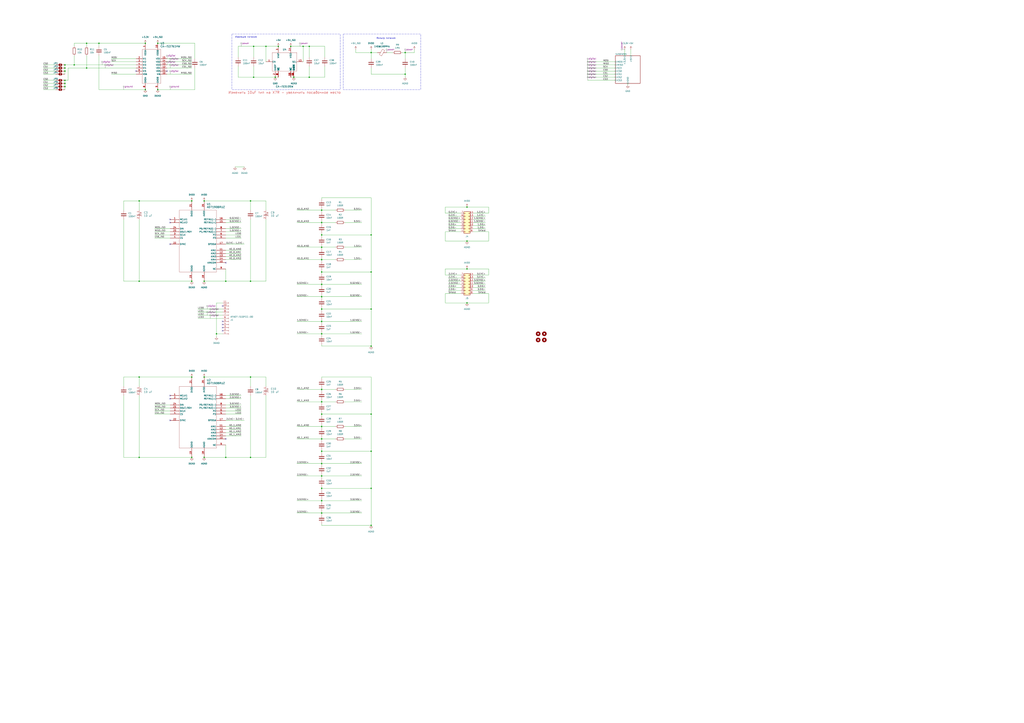
<source format=kicad_sch>
(kicad_sch (version 20231120) (generator "eeschema") (generator_version "8.0")
  (paper "A1")
  (title_block (title "${article} v${version}"))
  (junction (at 205.74 165.1))
  (junction (at 264.16 182.88))
  (junction (at 167.64 309.88))
  (junction (at 264.16 411.48))
  (junction (at 167.64 375.92))
  (junction (at 264.16 264.16))
  (junction (at 167.64 165.1))
  (junction (at 228.6 38.1))
  (junction (at 53.34 68.58))
  (junction (at 264.16 213.36))
  (junction (at 304.8 43.18))
  (junction (at 157.48 375.92))
  (junction (at 205.74 309.88))
  (junction (at 264.16 401.32))
  (junction (at 248.92 38.1))
  (junction (at 81.28 35.56))
  (junction (at 304.8 340.36))
  (junction (at 264.16 340.36))
  (junction (at 264.16 254))
  (junction (at 264.16 243.84))
  (junction (at 119.38 73.66))
  (junction (at 264.16 360.68))
  (junction (at 71.12 35.56))
  (junction (at 226.06 63.5))
  (junction (at 238.76 38.1))
  (junction (at 185.42 231.14))
  (junction (at 114.3 165.1))
  (junction (at 254 63.5))
  (junction (at 157.48 165.1))
  (junction (at 129.54 35.56))
  (junction (at 264.16 381))
  (junction (at 114.3 375.92))
  (junction (at 185.42 375.92))
  (junction (at 264.16 391.16))
  (junction (at 304.8 431.8))
  (junction (at 208.28 63.5))
  (junction (at 304.8 401.32))
  (junction (at 53.34 71.12))
  (junction (at 304.8 284.48))
  (junction (at 264.16 421.64))
  (junction (at 53.34 55.88))
  (junction (at 304.8 223.52))
  (junction (at 383.54 248.92))
  (junction (at 264.16 203.2))
  (junction (at 304.8 193.04))
  (junction (at 177.8 274.32))
  (junction (at 332.74 60.96))
  (junction (at 119.38 35.56))
  (junction (at 167.64 231.14))
  (junction (at 241.3 63.5))
  (junction (at 264.16 320.04))
  (junction (at 383.54 220.98))
  (junction (at 157.48 309.88))
  (junction (at 264.16 274.32))
  (junction (at 264.16 223.52))
  (junction (at 264.16 330.2))
  (junction (at 304.8 254))
  (junction (at 264.16 233.68))
  (junction (at 205.74 375.92))
  (junction (at 71.12 55.88))
  (junction (at 254 38.1))
  (junction (at 53.34 53.34))
  (junction (at 264.16 350.52))
  (junction (at 208.28 38.1))
  (junction (at 114.3 309.88))
  (junction (at 383.54 170.18))
  (junction (at 218.44 38.1))
  (junction (at 332.74 43.18))
  (junction (at 264.16 193.04))
  (junction (at 383.54 198.12))
  (junction (at 304.8 370.84))
  (junction (at 60.96 53.34))
  (junction (at 53.34 58.42))
  (junction (at 205.74 231.14))
  (junction (at 264.16 172.72))
  (junction (at 129.54 73.66))
  (junction (at 157.48 231.14))
  (junction (at 114.3 231.14))
  (junction (at 53.34 66.04))
  (junction (at 264.16 370.84))
  (no_connect (at 185.42 360.68))
  (no_connect (at 139.7 182.88))
  (no_connect (at 139.7 180.34))
  (no_connect (at 137.16 58.42))
  (no_connect (at 182.88 266.7))
  (no_connect (at 182.88 271.78))
  (no_connect (at 139.7 200.66))
  (no_connect (at 139.7 325.12))
  (no_connect (at 139.7 345.44))
  (no_connect (at 139.7 327.66))
  (no_connect (at 182.88 264.16))
  (no_connect (at 111.76 58.42))
  (no_connect (at 182.88 251.46))
  (no_connect (at 182.88 269.24))
  (no_connect (at 185.42 215.9))
  (wire (pts (xy 101.6 317.5) (xy 101.6 309.88)))
  (wire (pts (xy 388.62 233.68) (xy 398.78 233.68)))
  (wire (pts (xy 368.3 233.68) (xy 378.46 233.68)))
  (wire (pts (xy 35.56 68.58) (xy 45.72 68.58)))
  (wire (pts (xy 264.16 330.2) (xy 275.59 330.2)))
  (wire (pts (xy 53.34 58.42) (xy 53.34 60.96)))
  (wire (pts (xy 332.74 55.88) (xy 332.74 60.96)))
  (wire (pts (xy 35.56 60.96) (xy 45.72 60.96)))
  (wire (pts (xy 264.16 320.04) (xy 264.16 321.31)))
  (wire (pts (xy 365.76 248.92) (xy 365.76 241.3)))
  (wire (pts (xy 388.62 238.76) (xy 398.78 238.76)))
  (wire (pts (xy 254 63.5) (xy 241.3 63.5)))
  (wire (pts (xy 264.16 391.16) (xy 264.16 392.43)))
  (wire (pts (xy 264.16 203.2) (xy 264.16 204.47)))
  (wire (pts (xy 388.62 177.8) (xy 398.78 177.8)))
  (wire (pts (xy 114.3 180.34) (xy 114.3 231.14)))
  (wire (pts (xy 208.28 54.61) (xy 208.28 63.5)))
  (wire (pts (xy 218.44 375.92) (xy 205.74 375.92)))
  (wire (pts (xy 518.16 40.64) (xy 518.16 45.72)))
  (wire (pts (xy 185.42 335.28) (xy 198.12 335.28)))
  (wire (pts (xy 264.16 233.68) (xy 297.18 233.68)))
  (wire (pts (xy 383.54 248.92) (xy 401.32 248.92)))
  (wire (pts (xy 482.6 58.42) (xy 505.46 58.42)))
  (wire (pts (xy 482.6 55.88) (xy 505.46 55.88)))
  (wire (pts (xy 283.21 350.52) (xy 297.18 350.52)))
  (wire (pts (xy 71.12 55.88) (xy 111.76 55.88)))
  (wire (pts (xy 264.16 379.73) (xy 264.16 381)))
  (wire (pts (xy 264.16 203.2) (xy 275.59 203.2)))
  (wire (pts (xy 264.16 233.68) (xy 264.16 234.95)))
  (wire (pts (xy 60.96 35.56) (xy 71.12 35.56)))
  (wire (pts (xy 243.84 330.2) (xy 264.16 330.2)))
  (wire (pts (xy 254 54.61) (xy 254 63.5)))
  (wire (pts (xy 198.12 355.6) (xy 185.42 355.6)))
  (wire (pts (xy 264.16 172.72) (xy 275.59 172.72)))
  (wire (pts (xy 264.16 194.31) (xy 264.16 193.04)))
  (wire (pts (xy 193.04 137.16) (xy 200.66 137.16)))
  (wire (pts (xy 243.84 274.32) (xy 264.16 274.32)))
  (wire (pts (xy 264.16 340.36) (xy 304.8 340.36)))
  (wire (pts (xy 264.16 430.53) (xy 264.16 431.8)))
  (wire (pts (xy 81.28 35.56) (xy 119.38 35.56)))
  (wire (pts (xy 264.16 318.77) (xy 264.16 320.04)))
  (wire (pts (xy 185.42 220.98) (xy 185.42 231.14)))
  (wire (pts (xy 401.32 175.26) (xy 388.62 175.26)))
  (wire (pts (xy 114.3 309.88) (xy 157.48 309.88)))
  (wire (pts (xy 264.16 420.37) (xy 264.16 421.64)))
  (wire (pts (xy 368.3 182.88) (xy 378.46 182.88)))
  (wire (pts (xy 264.16 401.32) (xy 264.16 402.59)))
  (wire (pts (xy 243.84 421.64) (xy 264.16 421.64)))
  (wire (pts (xy 218.44 165.1) (xy 205.74 165.1)))
  (wire (pts (xy 264.16 243.84) (xy 297.18 243.84)))
  (wire (pts (xy 53.34 68.58) (xy 53.34 71.12)))
  (wire (pts (xy 388.62 231.14) (xy 398.78 231.14)))
  (wire (pts (xy 243.84 264.16) (xy 264.16 264.16)))
  (wire (pts (xy 137.16 48.26) (xy 157.48 48.26)))
  (wire (pts (xy 35.56 58.42) (xy 45.72 58.42)))
  (wire (pts (xy 139.7 187.96) (xy 127 187.96)))
  (wire (pts (xy 383.54 170.18) (xy 365.76 170.18)))
  (wire (pts (xy 264.16 213.36) (xy 275.59 213.36)))
  (wire (pts (xy 129.54 35.56) (xy 160.02 35.56)))
  (wire (pts (xy 137.16 55.88) (xy 157.48 55.88)))
  (wire (pts (xy 388.62 236.22) (xy 398.78 236.22)))
  (wire (pts (xy 264.16 254) (xy 264.16 255.27)))
  (wire (pts (xy 160.02 48.26) (xy 160.02 35.56)))
  (wire (pts (xy 71.12 45.72) (xy 71.12 55.88)))
  (wire (pts (xy 482.6 60.96) (xy 505.46 60.96)))
  (wire (pts (xy 264.16 349.25) (xy 264.16 350.52)))
  (wire (pts (xy 185.42 353.06) (xy 198.12 353.06)))
  (wire (pts (xy 111.76 60.96) (xy 91.44 60.96)))
  (wire (pts (xy 177.8 274.32) (xy 182.88 274.32)))
  (wire (pts (xy 101.6 375.92) (xy 114.3 375.92)))
  (wire (pts (xy 114.3 309.88) (xy 114.3 317.5)))
  (wire (pts (xy 160.02 73.66) (xy 129.54 73.66)))
  (wire (pts (xy 185.42 365.76) (xy 185.42 375.92)))
  (wire (pts (xy 304.8 55.88) (xy 304.8 60.96)))
  (wire (pts (xy 388.62 226.06) (xy 401.32 226.06)))
  (wire (pts (xy 264.16 421.64) (xy 297.18 421.64)))
  (wire (pts (xy 35.56 53.34) (xy 45.72 53.34)))
  (wire (pts (xy 264.16 359.41) (xy 264.16 360.68)))
  (wire (pts (xy 283.21 360.68) (xy 297.18 360.68)))
  (wire (pts (xy 515.62 68.58) (xy 515.62 69.85)))
  (wire (pts (xy 101.6 172.72) (xy 101.6 165.1)))
  (wire (pts (xy 368.3 185.42) (xy 378.46 185.42)))
  (wire (pts (xy 398.78 180.34) (xy 388.62 180.34)))
  (wire (pts (xy 71.12 35.56) (xy 71.12 38.1)))
  (wire (pts (xy 401.32 190.5) (xy 401.32 198.12)))
  (wire (pts (xy 283.21 320.04) (xy 297.18 320.04)))
  (wire (pts (xy 243.84 320.04) (xy 264.16 320.04)))
  (wire (pts (xy 264.16 328.93) (xy 264.16 330.2)))
  (wire (pts (xy 264.16 182.88) (xy 264.16 184.15)))
  (wire (pts (xy 383.54 220.98) (xy 365.76 220.98)))
  (wire (pts (xy 167.64 309.88) (xy 205.74 309.88)))
  (wire (pts (xy 139.7 332.74) (xy 127 332.74)))
  (wire (pts (xy 243.84 172.72) (xy 264.16 172.72)))
  (wire (pts (xy 304.8 223.52) (xy 304.8 254)))
  (wire (pts (xy 388.62 241.3) (xy 401.32 241.3)))
  (wire (pts (xy 205.74 325.12) (xy 205.74 375.92)))
  (wire (pts (xy 264.16 401.32) (xy 304.8 401.32)))
  (wire (pts (xy 139.7 337.82) (xy 127 337.82)))
  (wire (pts (xy 264.16 391.16) (xy 297.18 391.16)))
  (wire (pts (xy 218.44 309.88) (xy 205.74 309.88)))
  (wire (pts (xy 264.16 172.72) (xy 264.16 173.99)))
  (wire (pts (xy 139.7 190.5) (xy 127 190.5)))
  (wire (pts (xy 208.28 38.1) (xy 218.44 38.1)))
  (wire (pts (xy 185.42 332.74) (xy 198.12 332.74)))
  (wire (pts (xy 266.7 38.1) (xy 254 38.1)))
  (wire (pts (xy 185.42 231.14) (xy 167.64 231.14)))
  (wire (pts (xy 185.42 182.88) (xy 198.12 182.88)))
  (wire (pts (xy 248.92 38.1) (xy 238.76 38.1)))
  (wire (pts (xy 264.16 223.52) (xy 304.8 223.52)))
  (wire (pts (xy 264.16 330.2) (xy 264.16 331.47)))
  (wire (pts (xy 243.84 350.52) (xy 264.16 350.52)))
  (wire (pts (xy 185.42 375.92) (xy 167.64 375.92)))
  (wire (pts (xy 482.6 63.5) (xy 505.46 63.5)))
  (wire (pts (xy 185.42 337.82) (xy 198.12 337.82)))
  (wire (pts (xy 243.84 243.84) (xy 264.16 243.84)))
  (wire (pts (xy 332.74 60.96) (xy 332.74 63.5)))
  (wire (pts (xy 264.16 381) (xy 297.18 381)))
  (wire (pts (xy 264.16 320.04) (xy 275.59 320.04)))
  (wire (pts (xy 304.8 40.64) (xy 304.8 43.18)))
  (wire (pts (xy 304.8 162.56) (xy 304.8 193.04)))
  (wire (pts (xy 264.16 411.48) (xy 297.18 411.48)))
  (wire (pts (xy 264.16 232.41) (xy 264.16 233.68)))
  (wire (pts (xy 264.16 389.89) (xy 264.16 391.16)))
  (wire (pts (xy 401.32 198.12) (xy 383.54 198.12)))
  (wire (pts (xy 332.74 43.18) (xy 332.74 48.26)))
  (wire (pts (xy 264.16 339.09) (xy 264.16 340.36)))
  (wire (pts (xy 53.34 66.04) (xy 55.88 66.04)))
  (wire (pts (xy 162.56 261.62) (xy 182.88 261.62)))
  (wire (pts (xy 208.28 46.99) (xy 208.28 38.1)))
  (wire (pts (xy 185.42 200.66) (xy 200.66 200.66)))
  (wire (pts (xy 101.6 325.12) (xy 101.6 375.92)))
  (wire (pts (xy 60.96 53.34) (xy 111.76 53.34)))
  (wire (pts (xy 283.21 182.88) (xy 297.18 182.88)))
  (wire (pts (xy 266.7 63.5) (xy 254 63.5)))
  (wire (pts (xy 248.92 50.8) (xy 248.92 38.1)))
  (wire (pts (xy 185.42 195.58) (xy 198.12 195.58)))
  (wire (pts (xy 114.3 231.14) (xy 157.48 231.14)))
  (wire (pts (xy 195.58 46.99) (xy 195.58 38.1)))
  (wire (pts (xy 35.56 73.66) (xy 45.72 73.66)))
  (wire (pts (xy 111.76 48.26) (xy 91.44 48.26)))
  (wire (pts (xy 53.34 71.12) (xy 53.34 73.66)))
  (wire (pts (xy 35.56 55.88) (xy 45.72 55.88)))
  (wire (pts (xy 317.5 43.18) (xy 322.58 43.18)))
  (wire (pts (xy 218.44 172.72) (xy 218.44 165.1)))
  (wire (pts (xy 243.84 203.2) (xy 264.16 203.2)))
  (wire (pts (xy 35.56 71.12) (xy 45.72 71.12)))
  (wire (pts (xy 330.2 43.18) (xy 332.74 43.18)))
  (wire (pts (xy 218.44 325.12) (xy 218.44 375.92)))
  (wire (pts (xy 264.16 421.64) (xy 264.16 422.91)))
  (wire (pts (xy 264.16 273.05) (xy 264.16 274.32)))
  (wire (pts (xy 292.1 40.64) (xy 292.1 43.18)))
  (wire (pts (xy 264.16 201.93) (xy 264.16 203.2)))
  (wire (pts (xy 264.16 311.15) (xy 264.16 309.88)))
  (wire (pts (xy 114.3 165.1) (xy 114.3 172.72)))
  (wire (pts (xy 383.54 248.92) (xy 365.76 248.92)))
  (wire (pts (xy 264.16 163.83) (xy 264.16 162.56)))
  (wire (pts (xy 264.16 274.32) (xy 297.18 274.32)))
  (wire (pts (xy 264.16 171.45) (xy 264.16 172.72)))
  (wire (pts (xy 264.16 350.52) (xy 275.59 350.52)))
  (wire (pts (xy 160.02 55.88) (xy 160.02 73.66)))
  (wire (pts (xy 304.8 431.8) (xy 264.16 431.8)))
  (wire (pts (xy 383.54 198.12) (xy 365.76 198.12)))
  (wire (pts (xy 264.16 191.77) (xy 264.16 193.04)))
  (wire (pts (xy 368.3 187.96) (xy 378.46 187.96)))
  (wire (pts (xy 368.3 228.6) (xy 378.46 228.6)))
  (wire (pts (xy 60.96 38.1) (xy 60.96 35.56)))
  (wire (pts (xy 264.16 400.05) (xy 264.16 401.32)))
  (wire (pts (xy 185.42 213.36) (xy 198.12 213.36)))
  (wire (pts (xy 264.16 411.48) (xy 264.16 412.75)))
  (wire (pts (xy 398.78 185.42) (xy 388.62 185.42)))
  (wire (pts (xy 264.16 274.32) (xy 264.16 275.59)))
  (wire (pts (xy 264.16 193.04) (xy 304.8 193.04)))
  (wire (pts (xy 55.88 66.04) (xy 55.88 55.88)))
  (wire (pts (xy 55.88 55.88) (xy 71.12 55.88)))
  (wire (pts (xy 114.3 165.1) (xy 157.48 165.1)))
  (wire (pts (xy 243.84 233.68) (xy 264.16 233.68)))
  (wire (pts (xy 111.76 50.8) (xy 91.44 50.8)))
  (wire (pts (xy 365.76 226.06) (xy 378.46 226.06)))
  (wire (pts (xy 185.42 327.66) (xy 198.12 327.66)))
  (wire (pts (xy 368.3 236.22) (xy 378.46 236.22)))
  (wire (pts (xy 292.1 43.18) (xy 304.8 43.18)))
  (wire (pts (xy 401.32 220.98) (xy 383.54 220.98)))
  (wire (pts (xy 185.42 208.28) (xy 198.12 208.28)))
  (wire (pts (xy 243.84 381) (xy 264.16 381)))
  (wire (pts (xy 304.8 401.32) (xy 304.8 431.8)))
  (wire (pts (xy 60.96 45.72) (xy 60.96 53.34)))
  (wire (pts (xy 185.42 187.96) (xy 198.12 187.96)))
  (wire (pts (xy 254 46.99) (xy 254 38.1)))
  (wire (pts (xy 185.42 325.12) (xy 198.12 325.12)))
  (wire (pts (xy 283.21 203.2) (xy 297.18 203.2)))
  (wire (pts (xy 35.56 66.04) (xy 45.72 66.04)))
  (wire (pts (xy 365.76 175.26) (xy 378.46 175.26)))
  (wire (pts (xy 205.74 165.1) (xy 205.74 172.72)))
  (wire (pts (xy 185.42 180.34) (xy 198.12 180.34)))
  (wire (pts (xy 368.3 177.8) (xy 378.46 177.8)))
  (wire (pts (xy 185.42 350.52) (xy 198.12 350.52)))
  (wire (pts (xy 177.8 274.32) (xy 177.8 276.86)))
  (wire (pts (xy 264.16 370.84) (xy 264.16 372.11)))
  (wire (pts (xy 340.36 40.64) (xy 340.36 43.18)))
  (wire (pts (xy 368.3 238.76) (xy 378.46 238.76)))
  (wire (pts (xy 264.16 264.16) (xy 297.18 264.16)))
  (wire (pts (xy 264.16 309.88) (xy 304.8 309.88)))
  (wire (pts (xy 398.78 182.88) (xy 388.62 182.88)))
  (wire (pts (xy 340.36 43.18) (xy 332.74 43.18)))
  (wire (pts (xy 162.56 254) (xy 182.88 254)))
  (wire (pts (xy 185.42 193.04) (xy 198.12 193.04)))
  (wire (pts (xy 127 340.36) (xy 139.7 340.36)))
  (wire (pts (xy 368.3 231.14) (xy 378.46 231.14)))
  (wire (pts (xy 264.16 341.63) (xy 264.16 340.36)))
  (wire (pts (xy 482.6 53.34) (xy 505.46 53.34)))
  (wire (pts (xy 53.34 55.88) (xy 53.34 58.42)))
  (wire (pts (xy 185.42 190.5) (xy 198.12 190.5)))
  (wire (pts (xy 195.58 38.1) (xy 208.28 38.1)))
  (wire (pts (xy 185.42 340.36) (xy 198.12 340.36)))
  (wire (pts (xy 264.16 360.68) (xy 275.59 360.68)))
  (wire (pts (xy 482.6 50.8) (xy 505.46 50.8)))
  (wire (pts (xy 365.76 190.5) (xy 378.46 190.5)))
  (wire (pts (xy 81.28 38.1) (xy 81.28 35.56)))
  (wire (pts (xy 365.76 170.18) (xy 365.76 175.26)))
  (wire (pts (xy 185.42 345.44) (xy 200.66 345.44)))
  (wire (pts (xy 53.34 66.04) (xy 53.34 68.58)))
  (wire (pts (xy 304.8 193.04) (xy 304.8 223.52)))
  (wire (pts (xy 137.16 53.34) (xy 157.48 53.34)))
  (wire (pts (xy 198.12 210.82) (xy 185.42 210.82)))
  (wire (pts (xy 101.6 231.14) (xy 114.3 231.14)))
  (wire (pts (xy 513.08 40.64) (xy 513.08 45.72)))
  (wire (pts (xy 218.44 317.5) (xy 218.44 309.88)))
  (wire (pts (xy 264.16 381) (xy 264.16 382.27)))
  (wire (pts (xy 264.16 254) (xy 304.8 254)))
  (wire (pts (xy 401.32 190.5) (xy 388.62 190.5)))
  (wire (pts (xy 137.16 60.96) (xy 157.48 60.96)))
  (wire (pts (xy 205.74 309.88) (xy 205.74 317.5)))
  (wire (pts (xy 264.16 162.56) (xy 304.8 162.56)))
  (wire (pts (xy 264.16 262.89) (xy 264.16 264.16)))
  (wire (pts (xy 264.16 369.57) (xy 264.16 370.84)))
  (wire (pts (xy 368.3 180.34) (xy 378.46 180.34)))
  (wire (pts (xy 482.6 66.04) (xy 505.46 66.04)))
  (wire (pts (xy 264.16 410.21) (xy 264.16 411.48)))
  (wire (pts (xy 167.64 165.1) (xy 205.74 165.1)))
  (wire (pts (xy 365.76 198.12) (xy 365.76 190.5)))
  (wire (pts (xy 398.78 187.96) (xy 388.62 187.96)))
  (wire (pts (xy 218.44 38.1) (xy 228.6 38.1)))
  (wire (pts (xy 254 38.1) (xy 248.92 38.1)))
  (wire (pts (xy 185.42 375.92) (xy 205.74 375.92)))
  (wire (pts (xy 139.7 335.28) (xy 127 335.28)))
  (wire (pts (xy 139.7 193.04) (xy 127 193.04)))
  (wire (pts (xy 114.3 325.12) (xy 114.3 375.92)))
  (wire (pts (xy 266.7 46.99) (xy 266.7 38.1)))
  (wire (pts (xy 264.16 350.52) (xy 264.16 351.79)))
  (wire (pts (xy 264.16 252.73) (xy 264.16 254)))
  (wire (pts (xy 264.16 181.61) (xy 264.16 182.88)))
  (wire (pts (xy 365.76 220.98) (xy 365.76 226.06)))
  (wire (pts (xy 218.44 50.8) (xy 218.44 38.1)))
  (wire (pts (xy 304.8 43.18) (xy 309.88 43.18)))
  (wire (pts (xy 243.84 391.16) (xy 264.16 391.16)))
  (wire (pts (xy 101.6 180.34) (xy 101.6 231.14)))
  (wire (pts (xy 264.16 242.57) (xy 264.16 243.84)))
  (wire (pts (xy 304.8 60.96) (xy 332.74 60.96)))
  (wire (pts (xy 264.16 212.09) (xy 264.16 213.36)))
  (wire (pts (xy 401.32 170.18) (xy 383.54 170.18)))
  (wire (pts (xy 401.32 248.92) (xy 401.32 241.3)))
  (wire (pts (xy 304.8 284.48) (xy 264.16 284.48)))
  (wire (pts (xy 177.8 248.92) (xy 177.8 274.32)))
  (wire (pts (xy 185.42 358.14) (xy 198.12 358.14)))
  (wire (pts (xy 243.84 360.68) (xy 264.16 360.68)))
  (wire (pts (xy 365.76 241.3) (xy 378.46 241.3)))
  (wire (pts (xy 81.28 45.72) (xy 81.28 73.66)))
  (wire (pts (xy 264.16 182.88) (xy 275.59 182.88)))
  (wire (pts (xy 208.28 63.5) (xy 226.06 63.5)))
  (wire (pts (xy 264.16 370.84) (xy 304.8 370.84)))
  (wire (pts (xy 226.06 63.5) (xy 228.6 63.5)))
  (wire (pts (xy 264.16 360.68) (xy 264.16 361.95)))
  (wire (pts (xy 264.16 283.21) (xy 264.16 284.48)))
  (wire (pts (xy 53.34 53.34) (xy 53.34 55.88)))
  (wire (pts (xy 304.8 254) (xy 304.8 284.48)))
  (wire (pts (xy 304.8 340.36) (xy 304.8 370.84)))
  (wire (pts (xy 264.16 223.52) (xy 264.16 224.79)))
  (wire (pts (xy 243.84 411.48) (xy 264.16 411.48)))
  (wire (pts (xy 53.34 53.34) (xy 60.96 53.34)))
  (wire (pts (xy 81.28 73.66) (xy 119.38 73.66)))
  (wire (pts (xy 401.32 175.26) (xy 401.32 170.18)))
  (wire (pts (xy 137.16 50.8) (xy 157.48 50.8)))
  (wire (pts (xy 283.21 172.72) (xy 297.18 172.72)))
  (wire (pts (xy 195.58 63.5) (xy 208.28 63.5)))
  (wire (pts (xy 185.42 205.74) (xy 198.12 205.74)))
  (wire (pts (xy 218.44 180.34) (xy 218.44 231.14)))
  (wire (pts (xy 264.16 264.16) (xy 264.16 265.43)))
  (wire (pts (xy 162.56 259.08) (xy 182.88 259.08)))
  (wire (pts (xy 304.8 43.18) (xy 304.8 48.26)))
  (wire (pts (xy 162.56 256.54) (xy 182.88 256.54)))
  (wire (pts (xy 401.32 220.98) (xy 401.32 226.06)))
  (wire (pts (xy 205.74 180.34) (xy 205.74 231.14)))
  (wire (pts (xy 127 195.58) (xy 139.7 195.58)))
  (wire (pts (xy 243.84 182.88) (xy 264.16 182.88)))
  (wire (pts (xy 185.42 231.14) (xy 205.74 231.14)))
  (wire (pts (xy 195.58 54.61) (xy 195.58 63.5)))
  (wire (pts (xy 304.8 309.88) (xy 304.8 340.36)))
  (wire (pts (xy 182.88 248.92) (xy 177.8 248.92)))
  (wire (pts (xy 238.76 63.5) (xy 241.3 63.5)))
  (wire (pts (xy 283.21 213.36) (xy 297.18 213.36)))
  (wire (pts (xy 71.12 35.56) (xy 81.28 35.56)))
  (wire (pts (xy 264.16 222.25) (xy 264.16 223.52)))
  (wire (pts (xy 101.6 309.88) (xy 114.3 309.88)))
  (wire (pts (xy 101.6 165.1) (xy 114.3 165.1)))
  (wire (pts (xy 218.44 231.14) (xy 205.74 231.14)))
  (wire (pts (xy 266.7 54.61) (xy 266.7 63.5)))
  (wire (pts (xy 264.16 213.36) (xy 264.16 214.63)))
  (wire (pts (xy 388.62 228.6) (xy 398.78 228.6)))
  (wire (pts (xy 114.3 375.92) (xy 157.48 375.92)))
  (wire (pts (xy 283.21 330.2) (xy 297.18 330.2)))
  (wire (pts (xy 304.8 370.84) (xy 304.8 401.32)))
  (wire (pts (xy 264.16 243.84) (xy 264.16 245.11)))
  (wire (pts (xy 243.84 213.36) (xy 264.16 213.36)))
  (rectangle (start 190.5 27.94) (end 279.4 73.66) (stroke (width 0) (type dash)))
  (rectangle (start 281.94 27.94) (end 345.44 73.66) (stroke (width 0) (type dash)))
  (text "Изменить 10uF тип на X7R - увеличить посадочное место" (at 233.68 76.2 0) (effects (font (size 2 2))))
  (text "Фильтр питания" (at 324.866 30.734 0) (effects (font (size 1.27 1.27)) (justify right top)))
  (text "Изоляция питания" (at 193.04 30.48 0) (effects (font (size 1.27 1.27)) (justify left)))
  (label "1.SIG-" (at 398.78 187.96 180))
  (label "3.SENSE-" (at 198.12 332.74 180))
  (label "LED0" (at 198.12 193.04 180))
  (label "1.SIG+" (at 398.78 185.42 180))
  (label "AD_1_AIN0" (at 243.84 350.52 0))
  (label "Shield" (at 368.3 190.5 0))
  (label "0.SENSE-" (at 198.12 180.34 180))
  (label "3.EXC+" (at 398.78 226.06 180))
  (label "1.EXC-" (at 398.78 177.8 180))
  (label "LED0" (at 162.56 254 0))
  (label "2.EXC-" (at 368.3 228.6 0))
  (label "AD_1_AIN1" (at 198.12 353.06 180))
  (label "CS2" (at 35.56 58.42 0))
  (label "0.SENSE+" (at 368.3 180.34 0))
  (label "3.SIG+" (at 297.18 350.52 180))
  (label "1.EXC+" (at 398.78 175.26 180))
  (label "CS3" (at 35.56 73.66 0))
  (label "0.EXC-" (at 193.04 200.66 180))
  (label "0.SIG-" (at 297.18 182.88 180))
  (label "Shield" (at 368.3 241.3 0))
  (label "CS0_ISO" (at 157.48 53.34 180))
  (label "AD_0_AIN1" (at 198.12 208.28 180))
  (label "MISO_ISO" (at 157.48 60.96 180))
  (label "CS1_ISO" (at 127 340.36 0))
  (label "1.SENSE+" (at 243.84 264.16 0))
  (label "1.SENSE-" (at 297.18 274.32 180))
  (label "2.SENSE+" (at 297.18 381 180))
  (label "LED1" (at 162.56 256.54 0))
  (label "1.SIG-" (at 297.18 213.36 180))
  (label "1.SENSE+" (at 198.12 190.5 180))
  (label "AD_1_AIN3" (at 198.12 358.14 180))
  (label "0.SENSE-" (at 368.3 182.88 0))
  (label "AD_1_AIN0" (at 198.12 350.52 180))
  (label "3.SENSE+" (at 243.84 411.48 0))
  (label "2.SENSE+" (at 198.12 327.66 180))
  (label "0.SIG+" (at 368.3 185.42 0))
  (label "2.SENSE-" (at 297.18 391.16 180))
  (label "1.SENSE-" (at 198.12 187.96 180))
  (label "1.SIG+" (at 297.18 203.2 180))
  (label "2.SENSE+" (at 243.84 381 0))
  (label "3.EXC-" (at 398.78 228.6 180))
  (label "CS0" (at 35.56 66.04 0))
  (label "2.SENSE-" (at 368.3 233.68 0))
  (label "3.SENSE+" (at 297.18 411.48 180))
  (label "CS1" (at 495.3 60.96 0))
  (label "3.SENSE+" (at 398.78 231.14 180))
  (label "MISO" (at 495.3 53.34 0))
  (label "3.SIG-" (at 297.18 360.68 180))
  (label "2.SIG+" (at 368.3 236.22 0))
  (label "0.SIG-" (at 368.3 187.96 0))
  (label "3.SENSE-" (at 243.84 421.64 0))
  (label "0.EXC+" (at 368.3 175.26 0))
  (label "MOSI_ISO" (at 127 187.96 0))
  (label "3.SENSE+" (at 198.12 335.28 180))
  (label "MOSI_ISO" (at 157.48 48.26 180))
  (label "CS0" (at 495.3 58.42 0))
  (label "SCK_ISO" (at 157.48 50.8 180))
  (label "AD_0_AIN1" (at 243.84 213.36 0))
  (label "2.SIG-" (at 297.18 330.2 180))
  (label "3.SENSE-" (at 297.18 421.64 180))
  (label "CS0" (at 35.56 53.34 0))
  (label "LED1" (at 198.12 195.58 180))
  (label "AD_1_AIN3" (at 243.84 330.2 0))
  (label "CS2" (at 35.56 71.12 0))
  (label "Shield" (at 398.78 241.3 180))
  (label "MOSI" (at 495.3 50.8 0))
  (label "AD_0_AIN3" (at 243.84 182.88 0))
  (label "3.EXC-" (at 200.66 345.44 180))
  (label "2.SENSE+" (at 368.3 231.14 0))
  (label "CS1" (at 35.56 55.88 0))
  (label "CS2" (at 495.3 63.5 0))
  (label "CS1_ISO" (at 157.48 55.88 180))
  (label "AD_0_AIN2" (at 198.12 210.82 180))
  (label "AD_0_AIN0" (at 198.12 205.74 180))
  (label "2.SENSE-" (at 198.12 325.12 180))
  (label "MOSI" (at 91.44 48.26 0))
  (label "2.SIG+" (at 297.18 320.04 180))
  (label "2.SENSE-" (at 243.84 391.16 0))
  (label "1.SENSE-" (at 398.78 182.88 180))
  (label "MISO_ISO" (at 127 190.5 0))
  (label "CS1" (at 35.56 68.58 0))
  (label "AD_0_AIN3" (at 198.12 213.36 180))
  (label "1.SENSE+" (at 297.18 264.16 180))
  (label "LED3" (at 198.12 340.36 180))
  (label "LED3" (at 162.56 261.62 0))
  (label "SCK" (at 91.44 50.8 0))
  (label "SCK_ISO" (at 127 193.04 0))
  (label "1.EXC-" (at 200.66 200.66 180))
  (label "SCK_ISO" (at 127 337.82 0))
  (label "AD_0_AIN2" (at 243.84 172.72 0))
  (label "0.SENSE-" (at 297.18 243.84 180))
  (label "0.SENSE+" (at 243.84 233.68 0))
  (label "MISO_ISO" (at 127 335.28 0))
  (label "LED2" (at 198.12 337.82 180))
  (label "1.SENSE-" (at 243.84 274.32 0))
  (label "MISO" (at 91.44 60.96 0))
  (label "2.EXC+" (at 368.3 226.06 0))
  (label "0.SIG+" (at 297.18 172.72 180))
  (label "CS0_ISO" (at 127 195.58 0))
  (label "3.SIG+" (at 398.78 236.22 180))
  (label "LED2" (at 162.56 259.08 0))
  (label "2.SIG-" (at 368.3 238.76 0))
  (label "1.SENSE+" (at 398.78 180.34 180))
  (label "Shield" (at 398.78 190.5 180))
  (label "AD_0_AIN0" (at 243.84 203.2 0))
  (label "SCK" (at 495.3 55.88 0))
  (label "3.SENSE-" (at 398.78 233.68 180))
  (label "AD_1_AIN2" (at 243.84 320.04 0))
  (label "CS3" (at 495.3 66.04 0))
  (label "0.SENSE+" (at 297.18 233.68 180))
  (label "0.SENSE-" (at 243.84 243.84 0))
  (label "0.SENSE+" (at 198.12 182.88 180))
  (label "MOSI_ISO" (at 127 332.74 0))
  (label "0.EXC-" (at 368.3 177.8 0))
  (label "2.EXC-" (at 193.04 345.44 180))
  (label "CS3" (at 35.56 60.96 0))
  (label "3.SIG-" (at 398.78 238.76 180))
  (label "AD_1_AIN2" (at 198.12 355.6 180))
  (label "AD_1_AIN1" (at 243.84 360.68 0))
  (netclass_flag "" (length 2.54) (shape round) (at 332.74 43.18 0) (property "Netclass" "power" (at 333.4385 40.64 0) (effects (font (italic yes)) (justify left))))
  (netclass_flag "" (length 2.54) (shape round) (at 101.6 73.66 0) (property "Netclass" "ground" (at 102.2985 71.12 0) (effects (font (italic yes)) (justify left))))
  (netclass_flag "" (length 2.54) (shape round) (at 170.18 254 0) (property "Netclass" "digital" (at 170.8785 251.46 0) (effects (font (italic yes)) (justify left))))
  (netclass_flag "" (length 2.54) (shape round) (at 86.36 55.88 0) (property "Netclass" "digital" (at 87.0585 53.34 0) (effects (font (italic yes)) (justify left))))
  (netclass_flag "" (length 2.54) (shape round) (at 482.6 66.04 0) (property "Netclass" "digital" (at 483.2985 63.5 0) (effects (font (italic yes)) (justify left))))
  (netclass_flag "" (length 2.54) (shape round) (at 139.7 73.66 0) (property "Netclass" "ground" (at 140.3985 71.12 0) (effects (font (italic yes)) (justify left))))
  (netclass_flag "" (length 2.54) (shape round) (at 482.6 50.8 0) (property "Netclass" "digital" (at 483.2985 48.26 0) (effects (font (italic yes)) (justify left))))
  (netclass_flag "" (length 2.54) (shape round) (at 137.16 48.26 0) (property "Netclass" "digital" (at 137.8585 45.72 0) (effects (font (italic yes)) (justify left))))
  (netclass_flag "" (length 2.54) (shape round) (at 139.7 60.96 0) (property "Netclass" "digital" (at 140.3985 58.42 0) (effects (font (italic yes)) (justify left))))
  (netclass_flag "" (length 2.54) (shape round) (at 137.16 53.34 0) (property "Netclass" "digital" (at 137.8585 50.8 0) (effects (font (italic yes)) (justify left))))
  (netclass_flag "" (length 2.54) (shape round) (at 513.08 40.64 90) (property "Netclass" "power" (at 510.54 39.9415 90) (effects (font (italic yes)) (justify left))))
  (netclass_flag "" (length 2.54) (shape round) (at 172.72 256.54 0) (property "Netclass" "digital" (at 173.4185 254 0) (effects (font (italic yes)) (justify left))))
  (netclass_flag "" (length 2.54) (shape round) (at 198.12 38.1 0) (property "Netclass" "power" (at 198.8185 35.56 0) (effects (font (italic yes)) (justify left))))
  (netclass_flag "" (length 2.54) (shape round) (at 317.5 43.18 0) (property "Netclass" "power" (at 318.1985 40.64 0) (effects (font (italic yes)) (justify left))))
  (netclass_flag "" (length 2.54) (shape round) (at 139.7 55.88 0) (property "Netclass" "digital" (at 140.3985 53.34 0) (effects (font (italic yes)) (justify left))))
  (netclass_flag "" (length 2.54) (shape round) (at 172.72 261.62 0) (property "Netclass" "digital" (at 173.4185 259.08 0) (effects (font (italic yes)) (justify left))))
  (netclass_flag "" (length 2.54) (shape round) (at 139.7 50.8 0) (property "Netclass" "digital" (at 140.3985 48.26 0) (effects (font (italic yes)) (justify left))))
  (netclass_flag "" (length 2.54) (shape round) (at 170.18 259.08 0) (property "Netclass" "digital" (at 170.8785 256.54 0) (effects (font (italic yes)) (justify left))))
  (netclass_flag "" (length 2.54) (shape round) (at 482.6 55.88 0) (property "Netclass" "digital" (at 483.2985 53.34 0) (effects (font (italic yes)) (justify left))))
  (netclass_flag "" (length 2.54) (shape round) (at 482.6 58.42 0) (property "Netclass" "digital" (at 483.2985 55.88 0) (effects (font (italic yes)) (justify left))))
  (netclass_flag "" (length 2.54) (shape round) (at 83.82 53.34 0) (property "Netclass" "digital" (at 84.5185 50.8 0) (effects (font (italic yes)) (justify left))))
  (netclass_flag "" (length 2.54) (shape round) (at 246.38 38.1 0) (property "Netclass" "power" (at 247.0785 35.56 0) (effects (font (italic yes)) (justify left))))
  (netclass_flag "" (length 2.54) (shape round) (at 482.6 60.96 0) (property "Netclass" "digital" (at 483.2985 58.42 0) (effects (font (italic yes)) (justify left))))
  (netclass_flag "" (length 2.54) (shape round) (at 482.6 53.34 0) (property "Netclass" "digital" (at 483.2985 50.8 0) (effects (font (italic yes)) (justify left))))
  (netclass_flag "" (length 2.54) (shape round) (at 482.6 63.5 0) (property "Netclass" "digital" (at 483.2985 60.96 0) (effects (font (italic yes)) (justify left))))
  (symbol (lib_id "power:+5V") (at 383.54 220.98 0) (unit 1)
    (property "Reference" "#PWR032" (effects (hide yes)))
    (property "Value" "AVDD" (at 383.54 215.9 0))
    (property "Description" "Power symbol creates a global label with name \"+5V\"" (effects (hide yes)))
  )
  (symbol (lib_id "kicad_inventree_lib:TAJA106M016RNJ") (at 114.3 172.72 270) (unit 1)
    (property "Reference" "C3" (at 118.11 174.7773 90) (effects (font (size 1.524 1.524)) (justify left)))
    (property "Value" "10 uF" (at 118.11 177.3173 90) (effects (font (size 1.524 1.524)) (justify left)))
    (property "Footprint" "kicad_inventree_lib:TAJA_AVX-M" (effects (hide yes)))
    (property "Datasheet" "TAJA106M016RNJ" (effects (hide yes)))
    (property "Description" "10uF 16V 3Ω@100kHz ±20% CASE-A-3216-18(mm) Tantalum Capacitors" (effects (hide yes)))
    (property "part_ipn" "TAJA106M016RNJ" (effects (hide yes)))
  )
  (symbol (lib_id "power:GND") (at 157.48 231.14 0) (unit 1)
    (property "Reference" "#PWR04" (effects (hide yes)))
    (property "Value" "DGND" (at 157.48 236.22 0))
    (property "Description" "Power symbol creates a global label with name \"GND\" , ground" (effects (hide yes)))
  )
  (symbol (lib_id "power:GND") (at 304.8 431.8 0) (unit 1)
    (property "Reference" "#PWR021" (effects (hide yes)))
    (property "Value" "AGND" (at 304.8 436.88 0))
    (property "Description" "Power symbol creates a global label with name \"GND\" , ground" (effects (hide yes)))
  )
  (symbol (lib_id "Jumper:SolderJumper_2_Open") (at 49.53 53.34 0) (unit 1) (exclude_from_sim yes) (in_bom no)
    (property "Reference" "JP1" (at 45.72 52.07 0))
    (property "Value" "SolderJumper_2_Open" (effects (hide yes)))
    (property "Footprint" "Jumper:SolderJumper-2_P1.3mm_Open_RoundedPad1.0x1.5mm" (effects (hide yes)))
    (property "Description" "Solder Jumper, 2-pole, open" (effects (hide yes)))
  )
  (symbol (lib_id "kicad_inventree_lib:R_100R_0603_1%") (at 279.4 182.88 90) (unit 1)
    (property "Reference" "R2" (at 279.4 176.53 90))
    (property "Value" "100R" (at 279.4 179.07 90))
    (property "Footprint" "Resistor_SMD:R_0603_1608Metric" (effects (hide yes)))
    (property "Datasheet" "http://inventree.network/part/223/" (effects (hide yes)))
    (property "Description" "Resistor" (effects (hide yes)))
    (property "part_ipn" "R_100R_0603_1%" (effects (hide yes)))
  )
  (symbol (lib_id "kicad_inventree_lib:15EDGRHC-THR-3.5-14P") (at 383.54 233.68 0) (mirror x) (unit 1)
    (property "Reference" "J5" (at 383.54 245.11 0))
    (property "Value" "15EDGRHC-THR-3.5-14P" (effects (hide yes)))
    (property "Footprint" "kicad_inventree_lib:15EDGRHC-THR-3.5-14P" (effects (hide yes)))
    (property "Datasheet" "http://inventree.network/part/240/" (effects (hide yes)))
    (property "Description" "Generic connector, double row, 02x05, odd/even pin numbering scheme (row 1 odd numbers, row 2 even numbers), script generated (kicad-library-utils/schlib/autogen/connector/)" (effects (hide yes)))
    (property "part_ipn" "15EDGRHC-THR-3.5-14P" (effects (hide yes)))
  )
  (symbol (lib_id "power:GND") (at 241.3 63.5 0) (unit 1)
    (property "Reference" "#PWR019" (effects (hide yes)))
    (property "Value" "AGND" (at 241.3 68.58 0))
    (property "Description" "Power symbol creates a global label with name \"GND\" , ground" (effects (hide yes)))
  )
  (symbol (lib_id "kicad_inventree_lib:C_100nF_16V_0603_MLCC-X7R") (at 160.02 52.07 0) (unit 1)
    (property "Reference" "C6" (at 163.83 50.7999 0) (effects (justify left)))
    (property "Value" "100nF" (at 163.83 53.3399 0) (effects (justify left)))
    (property "Footprint" "Capacitor_SMD:C_0603_1608Metric" (effects (hide yes)))
    (property "Datasheet" "http://inventree.network/part/221" (effects (hide yes)))
    (property "Description" "Unpolarized capacitor" (effects (hide yes)))
    (property "part_ipn" "C_100nF_16V_0603_MLCC-X7R" (effects (hide yes)))
  )
  (symbol (lib_id "kicad_inventree_lib:R_100R_0603_1%") (at 279.4 330.2 90) (unit 1)
    (property "Reference" "R6" (at 279.4 323.85 90))
    (property "Value" "100R" (at 279.4 326.39 90))
    (property "Footprint" "Resistor_SMD:R_0603_1608Metric" (effects (hide yes)))
    (property "Datasheet" "http://inventree.network/part/223/" (effects (hide yes)))
    (property "Description" "Resistor" (effects (hide yes)))
    (property "part_ipn" "R_100R_0603_1%" (effects (hide yes)))
  )
  (symbol (lib_id "kicad_inventree_lib: C_1uF_16V_0603_MLCC-X7R ") (at 264.16 416.56 0) (unit 1)
    (property "Reference" "C35" (at 267.97 415.2899 0) (effects (justify left)))
    (property "Value" "1uF" (at 267.97 417.8299 0) (effects (justify left)))
    (property "Footprint" "Capacitor_SMD:C_0603_1608Metric" (effects (hide yes)))
    (property "Datasheet" "http://inventree.network/part/227/" (effects (hide yes)))
    (property "Description" "Unpolarized capacitor" (effects (hide yes)))
    (property "part_ipn" " C_1uF_16V_0603_MLCC-X7R " (effects (hide yes)))
  )
  (symbol (lib_id "kicad_inventree_lib:C_1nF_16V_0603_MLCC-X7R") (at 264.16 198.12 0) (unit 1)
    (property "Reference" "C16" (at 267.97 196.8499 0) (effects (justify left)))
    (property "Value" "1nF" (at 267.97 199.3899 0) (effects (justify left)))
    (property "Footprint" "Capacitor_SMD:C_0603_1608Metric" (effects (hide yes)))
    (property "Datasheet" "http://inventree.network/part/225/" (effects (hide yes)))
    (property "Description" "Unpolarized capacitor" (effects (hide yes)))
    (property "part_ipn" "C_1nF_16V_0603_MLCC-X7R" (effects (hide yes)))
  )
  (symbol (lib_id "power:GND") (at 383.54 198.12 0) (unit 1)
    (property "Reference" "#PWR031" (effects (hide yes)))
    (property "Value" "AGND" (at 383.54 203.2 0))
    (property "Description" "Power symbol creates a global label with name \"GND\" , ground" (effects (hide yes)))
  )
  (symbol (lib_id "kicad_inventree_lib:C_10nF_16V_0603_MLCC-X7R") (at 264.16 228.6 0) (unit 1)
    (property "Reference" "C19" (at 267.97 227.3299 0) (effects (justify left)))
    (property "Value" "10nF" (at 267.97 229.8699 0) (effects (justify left)))
    (property "Footprint" "Capacitor_SMD:C_0603_1608Metric" (effects (hide yes)))
    (property "Datasheet" "http://inventree.network/part/226/" (effects (hide yes)))
    (property "Description" "Unpolarized capacitor" (effects (hide yes)))
    (property "part_ipn" "C_10nF_16V_0603_MLCC-X7R" (effects (hide yes)))
  )
  (symbol (lib_id "kicad_inventree_lib:TAJA106M016RNJ") (at 218.44 172.72 270) (unit 1)
    (property "Reference" "C9" (at 222.25 174.7773 90) (effects (font (size 1.524 1.524)) (justify left)))
    (property "Value" "10 uF" (at 222.25 177.3173 90) (effects (font (size 1.524 1.524)) (justify left)))
    (property "Footprint" "kicad_inventree_lib:TAJA_AVX-M" (effects (hide yes)))
    (property "Datasheet" "TAJA106M016RNJ" (effects (hide yes)))
    (property "Description" "10uF 16V 3Ω@100kHz ±20% CASE-A-3216-18(mm) Tantalum Capacitors" (effects (hide yes)))
    (property "part_ipn" "TAJA106M016RNJ" (effects (hide yes)))
  )
  (symbol (lib_id "kicad_inventree_lib:AFA07-S10FCC-00") (at 187.96 264.16 0) (mirror x) (unit 1)
    (property "Reference" "J1" (at 189.23 262.8901 0) (effects (justify left)))
    (property "Value" "AFA07-S10FCC-00" (at 189.23 260.3501 0) (effects (justify left)))
    (property "Footprint" "kicad_inventree_lib:CONN10_AFA07-S10_JUS" (effects (hide yes)))
    (property "Datasheet" "http://inventree.network/part/170/" (effects (hide yes)))
    (property "Description" "Generic connector, single row, 01x10, script generated" (effects (hide yes)))
    (property "part_ipn" "AFA07-S10FCC-00" (effects (hide yes)))
  )
  (symbol (lib_id "kicad_inventree_lib:TAJA106M016RNJ") (at 218.44 317.5 270) (unit 1)
    (property "Reference" "C10" (at 222.25 319.5573 90) (effects (font (size 1.524 1.524)) (justify left)))
    (property "Value" "10 uF" (at 222.25 322.0973 90) (effects (font (size 1.524 1.524)) (justify left)))
    (property "Footprint" "kicad_inventree_lib:TAJA_AVX-M" (effects (hide yes)))
    (property "Datasheet" "TAJA106M016RNJ" (effects (hide yes)))
    (property "Description" "10uF 16V 3Ω@100kHz ±20% CASE-A-3216-18(mm) Tantalum Capacitors" (effects (hide yes)))
    (property "part_ipn" "TAJA106M016RNJ" (effects (hide yes)))
  )
  (symbol (lib_id "power:GND") (at 383.54 248.92 0) (unit 1)
    (property "Reference" "#PWR025" (effects (hide yes)))
    (property "Value" "AGND" (at 383.54 254 0))
    (property "Description" "Power symbol creates a global label with name \"GND\" , ground" (effects (hide yes)))
  )
  (symbol (lib_id "power:+5V") (at 167.64 309.88 0) (unit 1)
    (property "Reference" "#PWR011" (effects (hide yes)))
    (property "Value" "AVDD" (at 167.64 304.8 0))
    (property "Description" "Power symbol creates a global label with name \"+5V\"" (effects (hide yes)))
  )
  (symbol (lib_id "kicad_inventree_lib:C_100nF_16V_0603_MLCC-X7R") (at 195.58 50.8 0) (unit 1)
    (property "Reference" "C11" (at 199.39 49.5299 0) (effects (justify left)))
    (property "Value" "100nF" (at 199.39 52.0699 0) (effects (justify left)))
    (property "Footprint" "Capacitor_SMD:C_0603_1608Metric" (effects (hide yes)))
    (property "Datasheet" "http://inventree.network/part/221" (effects (hide yes)))
    (property "Description" "Unpolarized capacitor" (effects (hide yes)))
    (property "part_ipn" "C_100nF_16V_0603_MLCC-X7R" (effects (hide yes)))
  )
  (symbol (lib_id "kicad_inventree_lib:C_10nF_16V_0603_MLCC-X7R") (at 264.16 259.08 0) (unit 1)
    (property "Reference" "C22" (at 267.97 257.8099 0) (effects (justify left)))
    (property "Value" "10nF" (at 267.97 260.3499 0) (effects (justify left)))
    (property "Footprint" "Capacitor_SMD:C_0603_1608Metric" (effects (hide yes)))
    (property "Datasheet" "http://inventree.network/part/226/" (effects (hide yes)))
    (property "Description" "Unpolarized capacitor" (effects (hide yes)))
    (property "part_ipn" "C_10nF_16V_0603_MLCC-X7R" (effects (hide yes)))
  )
  (symbol (lib_id "kicad_inventree_lib:MountingHole_M3") (at 441.96 274.32 0) (unit 1) (exclude_from_sim yes) (in_bom no)
    (property "Reference" "H1" (effects (hide yes)))
    (property "Value" "MountingHole_M3" (effects (hide yes)))
    (property "Footprint" "kicad_inventree_lib:MountingHole_M3" (effects (hide yes)))
    (property "Description" "Mounting Hole without connection" (effects (hide yes)))
  )
  (symbol (lib_id "kicad_inventree_lib:C_100nF_16V_0603_MLCC-X7R") (at 101.6 176.53 0) (unit 1)
    (property "Reference" "C1" (at 105.41 175.2599 0) (effects (justify left)))
    (property "Value" "100nF" (at 105.41 177.7999 0) (effects (justify left)))
    (property "Footprint" "Capacitor_SMD:C_0603_1608Metric" (effects (hide yes)))
    (property "Datasheet" "http://inventree.network/part/221" (effects (hide yes)))
    (property "Description" "Unpolarized capacitor" (effects (hide yes)))
    (property "part_ipn" "C_100nF_16V_0603_MLCC-X7R" (effects (hide yes)))
  )
  (symbol (lib_id "kicad_inventree_lib:C_1nF_16V_0603_MLCC-X7R") (at 264.16 187.96 0) (unit 1)
    (property "Reference" "C15" (at 267.97 186.6899 0) (effects (justify left)))
    (property "Value" "1nF" (at 267.97 189.2299 0) (effects (justify left)))
    (property "Footprint" "Capacitor_SMD:C_0603_1608Metric" (effects (hide yes)))
    (property "Datasheet" "http://inventree.network/part/225/" (effects (hide yes)))
    (property "Description" "Unpolarized capacitor" (effects (hide yes)))
    (property "part_ipn" "C_1nF_16V_0603_MLCC-X7R" (effects (hide yes)))
  )
  (symbol (lib_id "kicad_inventree_lib:MountingHole_M3") (at 447.04 279.4 0) (unit 1) (exclude_from_sim yes) (in_bom no)
    (property "Reference" "H4" (effects (hide yes)))
    (property "Value" "MountingHole_M3" (effects (hide yes)))
    (property "Footprint" "kicad_inventree_lib:MountingHole_M3" (effects (hide yes)))
    (property "Description" "Mounting Hole without connection" (effects (hide yes)))
  )
  (symbol (lib_id "kicad_inventree_lib:R_100R_0603_1%") (at 279.4 213.36 90) (unit 1)
    (property "Reference" "R4" (at 279.4 207.01 90))
    (property "Value" "100R" (at 279.4 209.55 90))
    (property "Footprint" "Resistor_SMD:R_0603_1608Metric" (effects (hide yes)))
    (property "Datasheet" "http://inventree.network/part/223/" (effects (hide yes)))
    (property "Description" "Resistor" (effects (hide yes)))
    (property "part_ipn" "R_100R_0603_1%" (effects (hide yes)))
  )
  (symbol (lib_id "kicad_inventree_lib:C_10nF_16V_0603_MLCC-X7R") (at 264.16 177.8 0) (unit 1)
    (property "Reference" "C14" (at 267.97 176.5299 0) (effects (justify left)))
    (property "Value" "10nF" (at 267.97 179.0699 0) (effects (justify left)))
    (property "Footprint" "Capacitor_SMD:C_0603_1608Metric" (effects (hide yes)))
    (property "Datasheet" "http://inventree.network/part/226/" (effects (hide yes)))
    (property "Description" "Unpolarized capacitor" (effects (hide yes)))
    (property "part_ipn" "C_10nF_16V_0603_MLCC-X7R" (effects (hide yes)))
  )
  (symbol (lib_id "power:+5V") (at 238.76 38.1 0) (unit 1)
    (property "Reference" "#PWR018" (effects (hide yes)))
    (property "Value" "+5V_ISO" (at 238.76 33.02 0))
    (property "Description" "Power symbol creates a global label with name \"+5V\"" (effects (hide yes)))
  )
  (symbol (lib_id "Jumper:SolderJumper_2_Open") (at 49.53 68.58 0) (unit 1) (exclude_from_sim yes) (in_bom no)
    (property "Reference" "JP6" (at 45.72 67.31 0))
    (property "Value" "SolderJumper_2_Open" (effects (hide yes)))
    (property "Footprint" "Jumper:SolderJumper-2_P1.3mm_Open_RoundedPad1.0x1.5mm" (effects (hide yes)))
    (property "Description" "Solder Jumper, 2-pole, open" (effects (hide yes)))
  )
  (symbol (lib_id "kicad_inventree_lib:R_100R_0603_1%") (at 279.4 350.52 90) (unit 1)
    (property "Reference" "R7" (at 279.4 344.17 90))
    (property "Value" "100R" (at 279.4 346.71 90))
    (property "Footprint" "Resistor_SMD:R_0603_1608Metric" (effects (hide yes)))
    (property "Datasheet" "http://inventree.network/part/223/" (effects (hide yes)))
    (property "Description" "Resistor" (effects (hide yes)))
    (property "part_ipn" "R_100R_0603_1%" (effects (hide yes)))
  )
  (symbol (lib_id "kicad_inventree_lib:C_10uF_16V_0603_MLCC-X5R") (at 208.28 50.8 0) (unit 1)
    (property "Reference" "C12" (at 212.09 49.5299 0) (effects (justify left)))
    (property "Value" "10uF" (at 212.09 52.0699 0) (effects (justify left)))
    (property "Footprint" "Capacitor_SMD:C_0603_1608Metric" (effects (hide yes)))
    (property "Datasheet" "http://inventree.network/part/228/" (effects (hide yes)))
    (property "Description" "Unpolarized capacitor" (effects (hide yes)))
    (property "part_ipn" "C_10uF_16V_0603_MLCC-X5R" (effects (hide yes)))
  )
  (symbol (lib_id "kicad_inventree_lib:C_10nF_16V_0603_MLCC-X7R") (at 264.16 406.4 0) (unit 1)
    (property "Reference" "C34" (at 267.97 405.1299 0) (effects (justify left)))
    (property "Value" "10nF" (at 267.97 407.6699 0) (effects (justify left)))
    (property "Footprint" "Capacitor_SMD:C_0603_1608Metric" (effects (hide yes)))
    (property "Datasheet" "http://inventree.network/part/226/" (effects (hide yes)))
    (property "Description" "Unpolarized capacitor" (effects (hide yes)))
    (property "part_ipn" "C_10nF_16V_0603_MLCC-X7R" (effects (hide yes)))
  )
  (symbol (lib_id "kicad_inventree_lib:C_1nF_16V_0603_MLCC-X7R") (at 264.16 314.96 0) (unit 1)
    (property "Reference" "C25" (at 267.97 313.6899 0) (effects (justify left)))
    (property "Value" "1nF" (at 267.97 316.2299 0) (effects (justify left)))
    (property "Footprint" "Capacitor_SMD:C_0603_1608Metric" (effects (hide yes)))
    (property "Datasheet" "http://inventree.network/part/225/" (effects (hide yes)))
    (property "Description" "Unpolarized capacitor" (effects (hide yes)))
    (property "part_ipn" "C_1nF_16V_0603_MLCC-X7R" (effects (hide yes)))
  )
  (symbol (lib_id "kicad_inventree_lib:C_100nF_16V_0603_MLCC-X7R") (at 266.7 50.8 0) (unit 1)
    (property "Reference" "C38" (at 270.51 49.5299 0) (effects (justify left)))
    (property "Value" "100nF" (at 270.51 52.0699 0) (effects (justify left)))
    (property "Footprint" "Capacitor_SMD:C_0603_1608Metric" (effects (hide yes)))
    (property "Datasheet" "http://inventree.network/part/221" (effects (hide yes)))
    (property "Description" "Unpolarized capacitor" (effects (hide yes)))
    (property "part_ipn" "C_100nF_16V_0603_MLCC-X7R" (effects (hide yes)))
  )
  (symbol (lib_name "AD7190BRUZ_1") (lib_id "kicad_inventree_lib:AD7190BRUZ") (at 127 177.8 0) (unit 1)
    (property "Reference" "U1" (at 169.8341 167.64 0) (effects (font (size 1.524 1.524)) (justify left)))
    (property "Value" "AD7190BRUZ" (at 169.8341 170.18 0) (effects (font (size 1.524 1.524)) (justify left)))
    (property "Footprint" "kicad_inventree_lib:RU_24_ADI-M" (effects (hide yes)))
    (property "Datasheet" "http://inventree.network/part/202/" (effects (hide yes)))
    (property "part_ipn" "AD7190" (effects (hide yes)))
  )
  (symbol (lib_id "power:+5V") (at 157.48 309.88 0) (unit 1)
    (property "Reference" "#PWR05" (effects (hide yes)))
    (property "Value" "DVDD" (at 157.48 304.8 0))
    (property "Description" "Power symbol creates a global label with name \"+5V\"" (effects (hide yes)))
  )
  (symbol (lib_id "kicad_inventree_lib:FB_300mΩ_1kΩ@100MHz_1206") (at 313.69 43.18 270) (unit 1)
    (property "Reference" "L1" (at 313.7408 35.56 90))
    (property "Value" "1kΩ@100MHz" (at 313.7408 38.1 90))
    (property "Footprint" "Inductor_SMD:L_1206_3216Metric_Pad1.42x1.75mm_HandSolder" (effects (hide yes)))
    (property "Datasheet" "http://inventree.network/part/93/" (effects (hide yes)))
    (property "Description" "Ferrite bead" (effects (hide yes)))
    (property "part_ipn" "FB_300mΩ_1kΩ@100MHz_1206" (effects (hide yes)))
  )
  (symbol (lib_id "power:GND") (at 119.38 73.66 0) (unit 1)
    (property "Reference" "#PWR02" (effects (hide yes)))
    (property "Value" "GND" (at 119.38 78.74 0))
    (property "Description" "Power symbol creates a global label with name \"GND\" , ground" (effects (hide yes)))
  )
  (symbol (lib_id "power:+5V") (at 304.8 40.64 0) (unit 1)
    (property "Reference" "#PWR023" (effects (hide yes)))
    (property "Value" "DVDD" (at 304.8 35.56 0))
    (property "Description" "Power symbol creates a global label with name \"+5V\"" (effects (hide yes)))
  )
  (symbol (lib_id "kicad_inventree_lib:C_100nF_16V_0603_MLCC-X7R") (at 81.28 41.91 0) (unit 1)
    (property "Reference" "C5" (at 85.09 40.6399 0) (effects (justify left)))
    (property "Value" "100nF" (at 85.09 43.1799 0) (effects (justify left)))
    (property "Footprint" "Capacitor_SMD:C_0603_1608Metric" (effects (hide yes)))
    (property "Datasheet" "http://inventree.network/part/221" (effects (hide yes)))
    (property "Description" "Unpolarized capacitor" (effects (hide yes)))
    (property "part_ipn" "C_100nF_16V_0603_MLCC-X7R" (effects (hide yes)))
  )
  (symbol (lib_id "power:GND") (at 167.64 375.92 0) (unit 1)
    (property "Reference" "#PWR012" (effects (hide yes)))
    (property "Value" "AGND" (at 167.64 381 0))
    (property "Description" "Power symbol creates a global label with name \"GND\" , ground" (effects (hide yes)))
  )
  (symbol (lib_id "kicad_inventree_lib:R_10k_0603_1%") (at 60.96 41.91 0) (unit 1)
    (property "Reference" "R10" (at 63.5 40.6399 0) (effects (justify left)))
    (property "Value" "10k" (at 63.5 43.1799 0) (effects (justify left)))
    (property "Footprint" "Resistor_SMD:R_0603_1608Metric" (effects (hide yes)))
    (property "Datasheet" "http://inventree.network/part/222/" (effects (hide yes)))
    (property "Description" "Resistor" (effects (hide yes)))
    (property "part_ipn" "R_10k_0603_1%" (effects (hide yes)))
  )
  (symbol (lib_id "power:+5V") (at 340.36 40.64 0) (unit 1)
    (property "Reference" "#PWR027" (effects (hide yes)))
    (property "Value" "AVDD" (at 340.36 35.56 0))
    (property "Description" "Power symbol creates a global label with name \"+5V\"" (effects (hide yes)))
  )
  (symbol (lib_id "kicad_inventree_lib: C_1uF_16V_0603_MLCC-X7R ") (at 264.16 238.76 0) (unit 1)
    (property "Reference" "C20" (at 267.97 237.4899 0) (effects (justify left)))
    (property "Value" "1uF" (at 267.97 240.0299 0) (effects (justify left)))
    (property "Footprint" "Capacitor_SMD:C_0603_1608Metric" (effects (hide yes)))
    (property "Datasheet" "http://inventree.network/part/227/" (effects (hide yes)))
    (property "Description" "Unpolarized capacitor" (effects (hide yes)))
    (property "part_ipn" " C_1uF_16V_0603_MLCC-X7R " (effects (hide yes)))
  )
  (symbol (lib_id "power:+5V") (at 167.64 165.1 0) (unit 1)
    (property "Reference" "#PWR09" (effects (hide yes)))
    (property "Value" "AVDD" (at 167.64 160.02 0))
    (property "Description" "Power symbol creates a global label with name \"+5V\"" (effects (hide yes)))
  )
  (symbol (lib_id "power:+5V") (at 119.38 35.56 0) (unit 1)
    (property "Reference" "#PWR01" (effects (hide yes)))
    (property "Value" "+3.3V" (at 119.38 30.48 0))
    (property "Description" "Power symbol creates a global label with name \"+5V\"" (effects (hide yes)))
  )
  (symbol (lib_id "power:GND") (at 332.74 63.5 0) (unit 1)
    (property "Reference" "#PWR026" (effects (hide yes)))
    (property "Value" "AGND" (at 332.74 68.58 0))
    (property "Description" "Power symbol creates a global label with name \"GND\" , ground" (effects (hide yes)))
  )
  (symbol (lib_id "kicad_inventree_lib:R_100R_0603_1%") (at 279.4 172.72 90) (unit 1)
    (property "Reference" "R1" (at 279.4 166.37 90))
    (property "Value" "100R" (at 279.4 168.91 90))
    (property "Footprint" "Resistor_SMD:R_0603_1608Metric" (effects (hide yes)))
    (property "Datasheet" "http://inventree.network/part/223/" (effects (hide yes)))
    (property "Description" "Resistor" (effects (hide yes)))
    (property "part_ipn" "R_100R_0603_1%" (effects (hide yes)))
  )
  (symbol (lib_id "power:+5V") (at 518.16 40.64 0) (unit 1)
    (property "Reference" "#PWR030" (effects (hide yes)))
    (property "Value" "+5V" (at 518.16 35.56 0))
    (property "Description" "Power symbol creates a global label with name \"+5V\"" (effects (hide yes)))
  )
  (symbol (lib_id "Jumper:SolderJumper_2_Open") (at 49.53 71.12 0) (unit 1) (exclude_from_sim yes) (in_bom no)
    (property "Reference" "JP7" (at 45.72 69.85 0))
    (property "Value" "SolderJumper_2_Open" (effects (hide yes)))
    (property "Footprint" "Jumper:SolderJumper-2_P1.3mm_Open_RoundedPad1.0x1.5mm" (effects (hide yes)))
    (property "Description" "Solder Jumper, 2-pole, open" (effects (hide yes)))
  )
  (symbol (lib_id "kicad_inventree_lib: C_1uF_16V_0603_MLCC-X7R ") (at 264.16 269.24 0) (unit 1)
    (property "Reference" "C23" (at 267.97 267.9699 0) (effects (justify left)))
    (property "Value" "1uF" (at 267.97 270.5099 0) (effects (justify left)))
    (property "Footprint" "Capacitor_SMD:C_0603_1608Metric" (effects (hide yes)))
    (property "Datasheet" "http://inventree.network/part/227/" (effects (hide yes)))
    (property "Description" "Unpolarized capacitor" (effects (hide yes)))
    (property "part_ipn" " C_1uF_16V_0603_MLCC-X7R " (effects (hide yes)))
  )
  (symbol (lib_id "kicad_inventree_lib:C_10nF_16V_0603_MLCC-X7R") (at 264.16 279.4 0) (unit 1)
    (property "Reference" "C24" (at 267.97 278.1299 0) (effects (justify left)))
    (property "Value" "10nF" (at 267.97 280.6699 0) (effects (justify left)))
    (property "Footprint" "Capacitor_SMD:C_0603_1608Metric" (effects (hide yes)))
    (property "Datasheet" "http://inventree.network/part/226/" (effects (hide yes)))
    (property "Description" "Unpolarized capacitor" (effects (hide yes)))
    (property "part_ipn" "C_10nF_16V_0603_MLCC-X7R" (effects (hide yes)))
  )
  (symbol (lib_id "kicad_inventree_lib:MountingHole_M3") (at 441.96 279.4 0) (unit 1) (exclude_from_sim yes) (in_bom no)
    (property "Reference" "H2" (effects (hide yes)))
    (property "Value" "MountingHole_M3" (effects (hide yes)))
    (property "Footprint" "kicad_inventree_lib:MountingHole_M3" (effects (hide yes)))
    (property "Description" "Mounting Hole without connection" (effects (hide yes)))
  )
  (symbol (lib_id "power:+5V") (at 513.08 40.64 0) (unit 1)
    (property "Reference" "#PWR028" (effects (hide yes)))
    (property "Value" "+3.3V" (at 513.08 35.56 0))
    (property "Description" "Power symbol creates a global label with name \"+5V\"" (effects (hide yes)))
  )
  (symbol (lib_id "kicad_inventree_lib:C_100nF_16V_0603_MLCC-X7R") (at 101.6 321.31 0) (unit 1)
    (property "Reference" "C2" (at 105.41 320.0399 0) (effects (justify left)))
    (property "Value" "100nF" (at 105.41 322.5799 0) (effects (justify left)))
    (property "Footprint" "Capacitor_SMD:C_0603_1608Metric" (effects (hide yes)))
    (property "Datasheet" "http://inventree.network/part/221" (effects (hide yes)))
    (property "Description" "Unpolarized capacitor" (effects (hide yes)))
    (property "part_ipn" "C_100nF_16V_0603_MLCC-X7R" (effects (hide yes)))
  )
  (symbol (lib_id "kicad_inventree_lib:C_1nF_16V_0603_MLCC-X7R") (at 264.16 218.44 0) (unit 1)
    (property "Reference" "C18" (at 267.97 217.1699 0) (effects (justify left)))
    (property "Value" "1nF" (at 267.97 219.7099 0) (effects (justify left)))
    (property "Footprint" "Capacitor_SMD:C_0603_1608Metric" (effects (hide yes)))
    (property "Datasheet" "http://inventree.network/part/225/" (effects (hide yes)))
    (property "Description" "Unpolarized capacitor" (effects (hide yes)))
    (property "part_ipn" "C_1nF_16V_0603_MLCC-X7R" (effects (hide yes)))
  )
  (symbol (lib_id "power:GND") (at 193.04 137.16 0) (unit 1)
    (property "Reference" "#PWR014" (effects (hide yes)))
    (property "Value" "AGND" (at 193.04 142.24 0))
    (property "Description" "Power symbol creates a global label with name \"GND\" , ground" (effects (hide yes)))
  )
  (symbol (lib_id "kicad_inventree_lib:R_1R5_0603_1%") (at 326.39 43.18 90) (unit 1)
    (property "Reference" "R9" (at 326.39 36.83 90))
    (property "Value" "1R5" (at 326.39 39.37 90))
    (property "Footprint" "Resistor_SMD:R_0603_1608Metric" (effects (hide yes)))
    (property "Datasheet" "http://inventree.network/part/224/" (effects (hide yes)))
    (property "Description" "Resistor" (effects (hide yes)))
    (property "part_ipn" "R_1R5_0603_1%" (effects (hide yes)))
  )
  (symbol (lib_id "power:GND") (at 200.66 137.16 0) (unit 1)
    (property "Reference" "#PWR015" (effects (hide yes)))
    (property "Value" "DGND" (at 200.66 142.24 0))
    (property "Description" "Power symbol creates a global label with name \"GND\" , ground" (effects (hide yes)))
  )
  (symbol (lib_id "kicad_inventree_lib:C_10nF_16V_0603_MLCC-X7R") (at 264.16 375.92 0) (unit 1)
    (property "Reference" "C31" (at 267.97 374.6499 0) (effects (justify left)))
    (property "Value" "10nF" (at 267.97 377.1899 0) (effects (justify left)))
    (property "Footprint" "Capacitor_SMD:C_0603_1608Metric" (effects (hide yes)))
    (property "Datasheet" "http://inventree.network/part/226/" (effects (hide yes)))
    (property "Description" "Unpolarized capacitor" (effects (hide yes)))
    (property "part_ipn" "C_10nF_16V_0603_MLCC-X7R" (effects (hide yes)))
  )
  (symbol (lib_id "kicad_inventree_lib:C_1nF_16V_0603_MLCC-X7R") (at 264.16 365.76 0) (unit 1)
    (property "Reference" "C30" (at 267.97 364.4899 0) (effects (justify left)))
    (property "Value" "1nF" (at 267.97 367.0299 0) (effects (justify left)))
    (property "Footprint" "Capacitor_SMD:C_0603_1608Metric" (effects (hide yes)))
    (property "Datasheet" "http://inventree.network/part/225/" (effects (hide yes)))
    (property "Description" "Unpolarized capacitor" (effects (hide yes)))
    (property "part_ipn" "C_1nF_16V_0603_MLCC-X7R" (effects (hide yes)))
  )
  (symbol (lib_id "kicad_inventree_lib:C_100nF_16V_0603_MLCC-X7R") (at 205.74 321.31 0) (unit 1)
    (property "Reference" "C8" (at 209.55 320.0399 0) (effects (justify left)))
    (property "Value" "100nF" (at 209.55 322.5799 0) (effects (justify left)))
    (property "Footprint" "Capacitor_SMD:C_0603_1608Metric" (effects (hide yes)))
    (property "Datasheet" "http://inventree.network/part/221" (effects (hide yes)))
    (property "Description" "Unpolarized capacitor" (effects (hide yes)))
    (property "part_ipn" "C_100nF_16V_0603_MLCC-X7R" (effects (hide yes)))
  )
  (symbol (lib_id "kicad_inventree_lib:C_100nF_16V_0603_MLCC-X7R") (at 304.8 52.07 0) (unit 1)
    (property "Reference" "C39" (at 308.61 50.7999 0) (effects (justify left)))
    (property "Value" "100nF" (at 308.61 53.3399 0) (effects (justify left)))
    (property "Footprint" "Capacitor_SMD:C_0603_1608Metric" (effects (hide yes)))
    (property "Datasheet" "http://inventree.network/part/221" (effects (hide yes)))
    (property "Description" "Unpolarized capacitor" (effects (hide yes)))
    (property "part_ipn" "C_100nF_16V_0603_MLCC-X7R" (effects (hide yes)))
  )
  (symbol (lib_id "power:GND") (at 157.48 375.92 0) (unit 1)
    (property "Reference" "#PWR06" (effects (hide yes)))
    (property "Value" "DGND" (at 157.48 381 0))
    (property "Description" "Power symbol creates a global label with name \"GND\" , ground" (effects (hide yes)))
  )
  (symbol (lib_id "kicad_inventree_lib:C_100nF_16V_0603_MLCC-X7R") (at 205.74 176.53 0) (unit 1)
    (property "Reference" "C7" (at 209.55 175.2599 0) (effects (justify left)))
    (property "Value" "100nF" (at 209.55 177.7999 0) (effects (justify left)))
    (property "Footprint" "Capacitor_SMD:C_0603_1608Metric" (effects (hide yes)))
    (property "Datasheet" "http://inventree.network/part/221" (effects (hide yes)))
    (property "Description" "Unpolarized capacitor" (effects (hide yes)))
    (property "part_ipn" "C_100nF_16V_0603_MLCC-X7R" (effects (hide yes)))
  )
  (symbol (lib_id "kicad_inventree_lib:R_100R_0603_1%") (at 279.4 203.2 90) (unit 1)
    (property "Reference" "R3" (at 279.4 196.85 90))
    (property "Value" "100R" (at 279.4 199.39 90))
    (property "Footprint" "Resistor_SMD:R_0603_1608Metric" (effects (hide yes)))
    (property "Datasheet" "http://inventree.network/part/223/" (effects (hide yes)))
    (property "Description" "Resistor" (effects (hide yes)))
    (property "part_ipn" "R_100R_0603_1%" (effects (hide yes)))
  )
  (symbol (lib_id "kicad_inventree_lib:C_10nF_16V_0603_MLCC-X7R") (at 264.16 355.6 0) (unit 1)
    (property "Reference" "C29" (at 267.97 354.3299 0) (effects (justify left)))
    (property "Value" "10nF" (at 267.97 356.8699 0) (effects (justify left)))
    (property "Footprint" "Capacitor_SMD:C_0603_1608Metric" (effects (hide yes)))
    (property "Datasheet" "http://inventree.network/part/226/" (effects (hide yes)))
    (property "Description" "Unpolarized capacitor" (effects (hide yes)))
    (property "part_ipn" "C_10nF_16V_0603_MLCC-X7R" (effects (hide yes)))
  )
  (symbol (lib_id "kicad_inventree_lib:R_100R_0603_1%") (at 279.4 360.68 90) (unit 1)
    (property "Reference" "R8" (at 279.4 354.33 90))
    (property "Value" "100R" (at 279.4 356.87 90))
    (property "Footprint" "Resistor_SMD:R_0603_1608Metric" (effects (hide yes)))
    (property "Datasheet" "http://inventree.network/part/223/" (effects (hide yes)))
    (property "Description" "Resistor" (effects (hide yes)))
    (property "part_ipn" "R_100R_0603_1%" (effects (hide yes)))
  )
  (symbol (lib_id "Jumper:SolderJumper_2_Open") (at 49.53 55.88 0) (unit 1) (exclude_from_sim yes) (in_bom no)
    (property "Reference" "JP2" (at 45.72 54.61 0))
    (property "Value" "SolderJumper_2_Open" (effects (hide yes)))
    (property "Footprint" "Jumper:SolderJumper-2_P1.3mm_Open_RoundedPad1.0x1.5mm" (effects (hide yes)))
    (property "Description" "Solder Jumper, 2-pole, open" (effects (hide yes)))
  )
  (symbol (lib_id "kicad_inventree_lib:C_10nF_16V_0603_MLCC-X7R") (at 264.16 396.24 0) (unit 1)
    (property "Reference" "C33" (at 267.97 394.9699 0) (effects (justify left)))
    (property "Value" "10nF" (at 267.97 397.5099 0) (effects (justify left)))
    (property "Footprint" "Capacitor_SMD:C_0603_1608Metric" (effects (hide yes)))
    (property "Datasheet" "http://inventree.network/part/226/" (effects (hide yes)))
    (property "Description" "Unpolarized capacitor" (effects (hide yes)))
    (property "part_ipn" "C_10nF_16V_0603_MLCC-X7R" (effects (hide yes)))
  )
  (symbol (lib_id "kicad_inventree_lib:C_1nF_16V_0603_MLCC-X7R") (at 264.16 335.28 0) (unit 1)
    (property "Reference" "C27" (at 267.97 334.0099 0) (effects (justify left)))
    (property "Value" "1nF" (at 267.97 336.5499 0) (effects (justify left)))
    (property "Footprint" "Capacitor_SMD:C_0603_1608Metric" (effects (hide yes)))
    (property "Datasheet" "http://inventree.network/part/225/" (effects (hide yes)))
    (property "Description" "Unpolarized capacitor" (effects (hide yes)))
    (property "part_ipn" "C_1nF_16V_0603_MLCC-X7R" (effects (hide yes)))
  )
  (symbol (lib_id "kicad_inventree_lib:C_10nF_16V_0603_MLCC-X7R") (at 264.16 426.72 0) (unit 1)
    (property "Reference" "C36" (at 267.97 425.4499 0) (effects (justify left)))
    (property "Value" "10nF" (at 267.97 427.9899 0) (effects (justify left)))
    (property "Footprint" "Capacitor_SMD:C_0603_1608Metric" (effects (hide yes)))
    (property "Datasheet" "http://inventree.network/part/226/" (effects (hide yes)))
    (property "Description" "Unpolarized capacitor" (effects (hide yes)))
    (property "part_ipn" "C_10nF_16V_0603_MLCC-X7R" (effects (hide yes)))
  )
  (symbol (lib_id "kicad_inventree_lib:C_1nF_16V_0603_MLCC-X7R") (at 264.16 167.64 0) (unit 1)
    (property "Reference" "C13" (at 267.97 166.3699 0) (effects (justify left)))
    (property "Value" "1nF" (at 267.97 168.9099 0) (effects (justify left)))
    (property "Footprint" "Capacitor_SMD:C_0603_1608Metric" (effects (hide yes)))
    (property "Datasheet" "http://inventree.network/part/225/" (effects (hide yes)))
    (property "Description" "Unpolarized capacitor" (effects (hide yes)))
    (property "part_ipn" "C_1nF_16V_0603_MLCC-X7R" (effects (hide yes)))
  )
  (symbol (lib_id "kicad_inventree_lib:R_10k_0603_1%") (at 71.12 41.91 0) (unit 1)
    (property "Reference" "R11" (at 73.66 40.6399 0) (effects (justify left)))
    (property "Value" "10k" (at 73.66 43.1799 0) (effects (justify left)))
    (property "Footprint" "Resistor_SMD:R_0603_1608Metric" (effects (hide yes)))
    (property "Datasheet" "http://inventree.network/part/222/" (effects (hide yes)))
    (property "Description" "Resistor" (effects (hide yes)))
    (property "part_ipn" "R_10k_0603_1%" (effects (hide yes)))
  )
  (symbol (lib_id "Jumper:SolderJumper_2_Open") (at 49.53 58.42 0) (unit 1) (exclude_from_sim yes) (in_bom no)
    (property "Reference" "JP3" (at 45.72 57.15 0))
    (property "Value" "SolderJumper_2_Open" (effects (hide yes)))
    (property "Footprint" "Jumper:SolderJumper-2_P1.3mm_Open_RoundedPad1.0x1.5mm" (effects (hide yes)))
    (property "Description" "Solder Jumper, 2-pole, open" (effects (hide yes)))
  )
  (symbol (lib_id "power:GND") (at 167.64 231.14 0) (unit 1)
    (property "Reference" "#PWR010" (effects (hide yes)))
    (property "Value" "AGND" (at 167.64 236.22 0))
    (property "Description" "Power symbol creates a global label with name \"GND\" , ground" (effects (hide yes)))
  )
  (symbol (lib_id "power:GND") (at 515.62 69.85 0) (unit 1)
    (property "Reference" "#PWR029" (effects (hide yes)))
    (property "Value" "GND" (at 515.62 74.93 0))
    (property "Description" "Power symbol creates a global label with name \"GND\" , ground" (effects (hide yes)))
  )
  (symbol (lib_id "kicad_inventree_lib:TAJA106M016RNJ") (at 114.3 317.5 270) (unit 1)
    (property "Reference" "C4" (at 118.11 319.5573 90) (effects (font (size 1.524 1.524)) (justify left)))
    (property "Value" "10 uF" (at 118.11 322.0973 90) (effects (font (size 1.524 1.524)) (justify left)))
    (property "Footprint" "kicad_inventree_lib:TAJA_AVX-M" (effects (hide yes)))
    (property "Datasheet" "TAJA106M016RNJ" (effects (hide yes)))
    (property "Description" "10uF 16V 3Ω@100kHz ±20% CASE-A-3216-18(mm) Tantalum Capacitors" (effects (hide yes)))
    (property "part_ipn" "TAJA106M016RNJ" (effects (hide yes)))
  )
  (symbol (lib_id "kicad_inventree_lib:MountingHole_M3") (at 447.04 274.32 0) (unit 1) (exclude_from_sim yes) (in_bom no)
    (property "Reference" "H3" (effects (hide yes)))
    (property "Value" "MountingHole_M3" (effects (hide yes)))
    (property "Footprint" "kicad_inventree_lib:MountingHole_M3" (effects (hide yes)))
    (property "Description" "Mounting Hole without connection" (effects (hide yes)))
  )
  (symbol (lib_id "kicad_inventree_lib:C_10nF_16V_0603_MLCC-X7R") (at 264.16 248.92 0) (unit 1)
    (property "Reference" "C21" (at 267.97 247.6499 0) (effects (justify left)))
    (property "Value" "10nF" (at 267.97 250.1899 0) (effects (justify left)))
    (property "Footprint" "Capacitor_SMD:C_0603_1608Metric" (effects (hide yes)))
    (property "Datasheet" "http://inventree.network/part/226/" (effects (hide yes)))
    (property "Description" "Unpolarized capacitor" (effects (hide yes)))
    (property "part_ipn" "C_10nF_16V_0603_MLCC-X7R" (effects (hide yes)))
  )
  (symbol (lib_id "kicad_inventree_lib:CA-IS3761HW") (at 124.46 40.64 0) (unit 1)
    (property "Reference" "U3" (at 131.7341 35.56 0) (effects (font (size 1.524 1.524)) (justify left)))
    (property "Value" "CA-IS3761HW" (at 131.7341 38.1 0) (effects (font (size 1.524 1.524)) (justify left)))
    (property "Footprint" "kicad_inventree_lib:SOIC16-WBW_CLG-M" (effects (hide yes)))
    (property "part_ipn" "CA-IS3761HW" (effects (hide yes)))
  )
  (symbol (lib_id "power:+5V") (at 129.54 35.56 0) (unit 1)
    (property "Reference" "#PWR07" (effects (hide yes)))
    (property "Value" "+5V_ISO" (at 129.54 30.48 0))
    (property "Description" "Power symbol creates a global label with name \"+5V\"" (effects (hide yes)))
  )
  (symbol (lib_id "power:GND") (at 304.8 284.48 0) (unit 1)
    (property "Reference" "#PWR020" (effects (hide yes)))
    (property "Value" "AGND" (at 304.8 289.56 0))
    (property "Description" "Power symbol creates a global label with name \"GND\" , ground" (effects (hide yes)))
  )
  (symbol (lib_id "kicad_inventree_lib:R_100R_0603_1%") (at 279.4 320.04 90) (unit 1)
    (property "Reference" "R5" (at 279.4 313.69 90))
    (property "Value" "100R" (at 279.4 316.23 90))
    (property "Footprint" "Resistor_SMD:R_0603_1608Metric" (effects (hide yes)))
    (property "Datasheet" "http://inventree.network/part/223/" (effects (hide yes)))
    (property "Description" "Resistor" (effects (hide yes)))
    (property "part_ipn" "R_100R_0603_1%" (effects (hide yes)))
  )
  (symbol (lib_id "power:GND") (at 226.06 63.5 0) (unit 1)
    (property "Reference" "#PWR016" (effects (hide yes)))
    (property "Value" "GND" (at 226.06 68.58 0))
    (property "Description" "Power symbol creates a global label with name \"GND\" , ground" (effects (hide yes)))
  )
  (symbol (lib_id "kicad_inventree_lib:C_1nF_16V_0603_MLCC-X7R") (at 264.16 345.44 0) (unit 1)
    (property "Reference" "C28" (at 267.97 344.1699 0) (effects (justify left)))
    (property "Value" "1nF" (at 267.97 346.7099 0) (effects (justify left)))
    (property "Footprint" "Capacitor_SMD:C_0603_1608Metric" (effects (hide yes)))
    (property "Datasheet" "http://inventree.network/part/225/" (effects (hide yes)))
    (property "Description" "Unpolarized capacitor" (effects (hide yes)))
    (property "part_ipn" "C_1nF_16V_0603_MLCC-X7R" (effects (hide yes)))
  )
  (symbol (lib_id "kicad_inventree_lib: C_1uF_16V_0603_MLCC-X7R ") (at 264.16 386.08 0) (unit 1)
    (property "Reference" "C32" (at 267.97 384.8099 0) (effects (justify left)))
    (property "Value" "1uF" (at 267.97 387.3499 0) (effects (justify left)))
    (property "Footprint" "Capacitor_SMD:C_0603_1608Metric" (effects (hide yes)))
    (property "Datasheet" "http://inventree.network/part/227/" (effects (hide yes)))
    (property "Description" "Unpolarized capacitor" (effects (hide yes)))
    (property "part_ipn" " C_1uF_16V_0603_MLCC-X7R " (effects (hide yes)))
  )
  (symbol (lib_id "kicad_inventree_lib:C_10nF_16V_0603_MLCC-X7R") (at 264.16 208.28 0) (unit 1)
    (property "Reference" "C17" (at 267.97 207.0099 0) (effects (justify left)))
    (property "Value" "10nF" (at 267.97 209.5499 0) (effects (justify left)))
    (property "Footprint" "Capacitor_SMD:C_0603_1608Metric" (effects (hide yes)))
    (property "Datasheet" "http://inventree.network/part/226/" (effects (hide yes)))
    (property "Description" "Unpolarized capacitor" (effects (hide yes)))
    (property "part_ipn" "C_10nF_16V_0603_MLCC-X7R" (effects (hide yes)))
  )
  (symbol (lib_id "kicad_inventree_lib:CA-IS3105W") (at 233.68 43.18 0) (unit 1)
    (property "Reference" "U4" (at 233.68 40.64 0) (effects (font (size 1.524 1.524))))
    (property "Value" "CA-IS3105W" (at 233.68 71.12 0) (effects (font (size 1.524 1.524))))
    (property "Footprint" "kicad_inventree_lib:SOIC16-WBW_CLG-M" (effects (hide yes)))
    (property "Datasheet" "http://inventree.network/part/205/" (effects (hide yes)))
    (property "part_ipn" "CA-IS3105W" (effects (hide yes)))
  )
  (symbol (lib_id "Jumper:SolderJumper_2_Open") (at 49.53 73.66 0) (unit 1) (exclude_from_sim yes) (in_bom no)
    (property "Reference" "JP8" (at 45.72 72.39 0))
    (property "Value" "SolderJumper_2_Open" (effects (hide yes)))
    (property "Footprint" "Jumper:SolderJumper-2_P1.3mm_Open_RoundedPad1.0x1.5mm" (effects (hide yes)))
    (property "Description" "Solder Jumper, 2-pole, open" (effects (hide yes)))
  )
  (symbol (lib_id "kicad_inventree_lib:AD7190BRUZ") (at 127 322.58 0) (unit 1)
    (property "Reference" "U2" (at 169.8341 312.42 0) (effects (font (size 1.524 1.524)) (justify left)))
    (property "Value" "AD7190BRUZ" (at 169.8341 314.96 0) (effects (font (size 1.524 1.524)) (justify left)))
    (property "Footprint" "kicad_inventree_lib:RU_24_ADI-M" (effects (hide yes)))
    (property "Datasheet" "http://inventree.network/part/202/" (effects (hide yes)))
    (property "optional" "1" (effects (hide yes)))
    (property "optional_note" "Для 3-4 датчиков" (effects (hide yes)))
    (property "part_ipn" "AD7190" (effects (hide yes)))
  )
  (symbol (lib_id "kicad_inventree_lib:C_10uF_16V_0603_MLCC-X5R") (at 254 50.8 0) (unit 1)
    (property "Reference" "C37" (at 257.81 49.5299 0) (effects (justify left)))
    (property "Value" "10uF" (at 257.81 52.0699 0) (effects (justify left)))
    (property "Footprint" "Capacitor_SMD:C_0603_1608Metric" (effects (hide yes)))
    (property "Datasheet" "http://inventree.network/part/228/" (effects (hide yes)))
    (property "Description" "Unpolarized capacitor" (effects (hide yes)))
    (property "part_ipn" "C_10uF_16V_0603_MLCC-X5R" (effects (hide yes)))
  )
  (symbol (lib_id "power:+5V") (at 228.6 38.1 0) (unit 1)
    (property "Reference" "#PWR017" (effects (hide yes)))
    (property "Value" "+5V" (at 228.6 33.02 0))
    (property "Description" "Power symbol creates a global label with name \"+5V\"" (effects (hide yes)))
  )
  (symbol (lib_id "power:GND") (at 129.54 73.66 0) (unit 1)
    (property "Reference" "#PWR08" (effects (hide yes)))
    (property "Value" "DGND" (at 129.54 78.74 0))
    (property "Description" "Power symbol creates a global label with name \"GND\" , ground" (effects (hide yes)))
  )
  (symbol (lib_id "kicad_inventree_lib:C_10nF_16V_0603_MLCC-X7R") (at 264.16 325.12 0) (unit 1)
    (property "Reference" "C26" (at 267.97 323.8499 0) (effects (justify left)))
    (property "Value" "10nF" (at 267.97 326.3899 0) (effects (justify left)))
    (property "Footprint" "Capacitor_SMD:C_0603_1608Metric" (effects (hide yes)))
    (property "Datasheet" "http://inventree.network/part/226/" (effects (hide yes)))
    (property "Description" "Unpolarized capacitor" (effects (hide yes)))
    (property "part_ipn" "C_10nF_16V_0603_MLCC-X7R" (effects (hide yes)))
  )
  (symbol (lib_id "power:+5V") (at 157.48 165.1 0) (unit 1)
    (property "Reference" "#PWR03" (effects (hide yes)))
    (property "Value" "DVDD" (at 157.48 160.02 0))
    (property "Description" "Power symbol creates a global label with name \"+5V\"" (effects (hide yes)))
  )
  (symbol (lib_id "kicad_inventree_lib:15EDGRHC-THR-3.5-14P") (at 383.54 182.88 0) (mirror x) (unit 1)
    (property "Reference" "J4" (at 383.54 194.31 0))
    (property "Value" "15EDGRHC-THR-3.5-14P" (effects (hide yes)))
    (property "Footprint" "kicad_inventree_lib:15EDGRHC-THR-3.5-14P" (effects (hide yes)))
    (property "Datasheet" "http://inventree.network/part/240/" (effects (hide yes)))
    (property "Description" "Generic connector, double row, 02x05, odd/even pin numbering scheme (row 1 odd numbers, row 2 even numbers), script generated (kicad-library-utils/schlib/autogen/connector/)" (effects (hide yes)))
    (property "part_ipn" "15EDGRHC-THR-3.5-14P" (effects (hide yes)))
  )
  (symbol (lib_id "Jumper:SolderJumper_2_Open") (at 49.53 66.04 0) (unit 1) (exclude_from_sim yes) (in_bom no)
    (property "Reference" "JP5" (at 45.72 64.77 0))
    (property "Value" "SolderJumper_2_Open" (effects (hide yes)))
    (property "Footprint" "Jumper:SolderJumper-2_P1.3mm_Open_RoundedPad1.0x1.5mm" (effects (hide yes)))
    (property "Description" "Solder Jumper, 2-pole, open" (effects (hide yes)))
  )
  (symbol (lib_id "power:GND") (at 177.8 276.86 0) (unit 1)
    (property "Reference" "#PWR013" (effects (hide yes)))
    (property "Value" "DGND" (at 177.8 281.94 0))
    (property "Description" "Power symbol creates a global label with name \"GND\" , ground" (effects (hide yes)))
  )
  (symbol (lib_id "power:+5V") (at 292.1 40.64 0) (unit 1)
    (property "Reference" "#PWR022" (effects (hide yes)))
    (property "Value" "+5V_ISO" (at 292.1 35.56 0))
    (property "Description" "Power symbol creates a global label with name \"+5V\"" (effects (hide yes)))
  )
  (symbol (lib_id "power:+5V") (at 383.54 170.18 0) (unit 1)
    (property "Reference" "#PWR024" (effects (hide yes)))
    (property "Value" "AVDD" (at 383.54 165.1 0))
    (property "Description" "Power symbol creates a global label with name \"+5V\"" (effects (hide yes)))
  )
  (symbol (lib_id "Jumper:SolderJumper_2_Open") (at 49.53 60.96 0) (unit 1) (exclude_from_sim yes) (in_bom no)
    (property "Reference" "JP4" (at 45.72 59.69 0))
    (property "Value" "SolderJumper_2_Open" (effects (hide yes)))
    (property "Footprint" "Jumper:SolderJumper-2_P1.3mm_Open_RoundedPad1.0x1.5mm" (effects (hide yes)))
    (property "Description" "Solder Jumper, 2-pole, open" (effects (hide yes)))
  )
  (symbol (lib_id "kicad_inventree_lib:C_100nF_16V_0603_MLCC-X7R") (at 332.74 52.07 0) (unit 1)
    (property "Reference" "C40" (at 336.55 50.7999 0) (effects (justify left)))
    (property "Value" "100nF" (at 336.55 53.3399 0) (effects (justify left)))
    (property "Footprint" "Capacitor_SMD:C_0603_1608Metric" (effects (hide yes)))
    (property "Datasheet" "http://inventree.network/part/221" (effects (hide yes)))
    (property "Description" "Unpolarized capacitor" (effects (hide yes)))
    (property "part_ipn" "C_100nF_16V_0603_MLCC-X7R" (effects (hide yes)))
  )
  (sheet (at 505.46 45.72) (size 20.32 22.86) (stroke (width 0.1524))
    (property "Sheetname" "subplates" (at 505.46 45.0084 0) (effects (justify left bottom)))
    (property "Sheetfile" "subplates.kicad_sch" (effects (hide yes)))
    (pin "GND" input (at 515.62 68.58 270))
    (pin "MISO" input (at 505.46 53.34 180))
    (pin "SCK" input (at 505.46 55.88 180))
    (pin "+5V" input (at 518.16 45.72 90))
    (pin "MOSI" input (at 505.46 50.8 180))
    (pin "+3.3V" input (at 513.08 45.72 90))
    (pin "CS0" input (at 505.46 58.42 180))
    (pin "CS1" input (at 505.46 60.96 180))
    (pin "CS2" input (at 505.46 63.5 180))
    (pin "CS3" input (at 505.46 66.04 180))
  )
)
</source>
